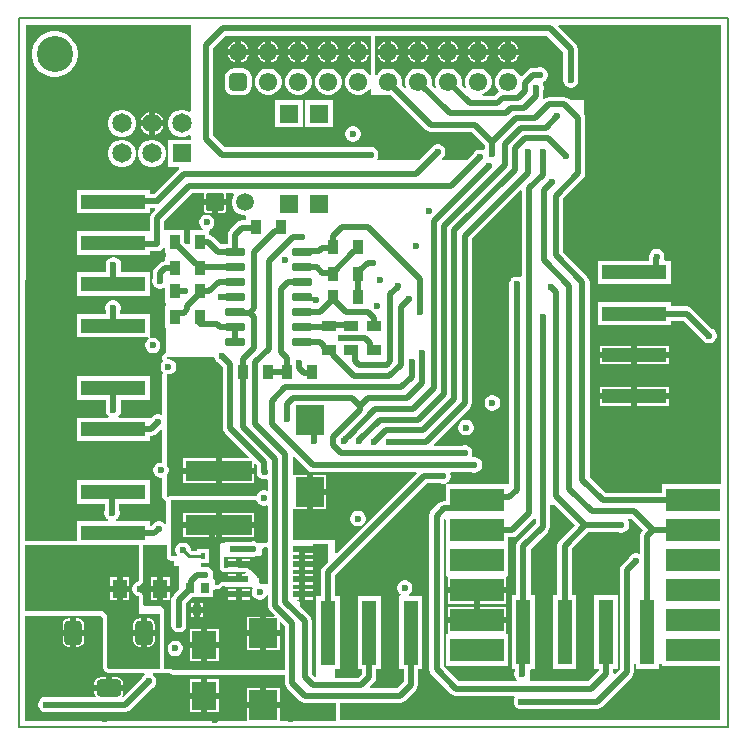
<source format=gbl>
G04*
G04 #@! TF.GenerationSoftware,Altium Limited,Altium Designer,21.2.2 (38)*
G04*
G04 Layer_Physical_Order=4*
G04 Layer_Color=16711680*
%FSLAX44Y44*%
%MOMM*%
G71*
G04*
G04 #@! TF.SameCoordinates,3448E1F9-FA4A-451A-BDEC-0E7D7F7EA446*
G04*
G04*
G04 #@! TF.FilePolarity,Positive*
G04*
G01*
G75*
%ADD10C,0.2000*%
%ADD15C,0.5000*%
%ADD25R,0.9000X1.2000*%
%ADD27R,1.2000X0.9000*%
%ADD28R,5.5118X1.2954*%
%ADD29R,1.2954X5.5118*%
%ADD59C,1.6500*%
%ADD60R,1.6500X1.6500*%
%ADD68C,0.3500*%
G04:AMPARAMS|DCode=69|XSize=2.1mm|YSize=1.5mm|CornerRadius=0.375mm|HoleSize=0mm|Usage=FLASHONLY|Rotation=90.000|XOffset=0mm|YOffset=0mm|HoleType=Round|Shape=RoundedRectangle|*
%AMROUNDEDRECTD69*
21,1,2.1000,0.7500,0,0,90.0*
21,1,1.3500,1.5000,0,0,90.0*
1,1,0.7500,0.3750,0.6750*
1,1,0.7500,0.3750,-0.6750*
1,1,0.7500,-0.3750,-0.6750*
1,1,0.7500,-0.3750,0.6750*
%
%ADD69ROUNDEDRECTD69*%
G04:AMPARAMS|DCode=70|XSize=2.1mm|YSize=1.5mm|CornerRadius=0.375mm|HoleSize=0mm|Usage=FLASHONLY|Rotation=180.000|XOffset=0mm|YOffset=0mm|HoleType=Round|Shape=RoundedRectangle|*
%AMROUNDEDRECTD70*
21,1,2.1000,0.7500,0,0,180.0*
21,1,1.3500,1.5000,0,0,180.0*
1,1,0.7500,-0.6750,0.3750*
1,1,0.7500,0.6750,0.3750*
1,1,0.7500,0.6750,-0.3750*
1,1,0.7500,-0.6750,-0.3750*
%
%ADD70ROUNDEDRECTD70*%
%ADD71R,1.6000X1.6000*%
G04:AMPARAMS|DCode=72|XSize=1.5mm|YSize=1.5mm|CornerRadius=0.0525mm|HoleSize=0mm|Usage=FLASHONLY|Rotation=0.000|XOffset=0mm|YOffset=0mm|HoleType=Round|Shape=RoundedRectangle|*
%AMROUNDEDRECTD72*
21,1,1.5000,1.3950,0,0,0.0*
21,1,1.3950,1.5000,0,0,0.0*
1,1,0.1050,0.6975,-0.6975*
1,1,0.1050,-0.6975,-0.6975*
1,1,0.1050,-0.6975,0.6975*
1,1,0.1050,0.6975,0.6975*
%
%ADD72ROUNDEDRECTD72*%
%ADD73C,1.5000*%
%ADD74C,3.0480*%
%ADD75R,4.5720X1.9812*%
G04:AMPARAMS|DCode=76|XSize=1.55mm|YSize=1.55mm|CornerRadius=0.3875mm|HoleSize=0mm|Usage=FLASHONLY|Rotation=0.000|XOffset=0mm|YOffset=0mm|HoleType=Round|Shape=RoundedRectangle|*
%AMROUNDEDRECTD76*
21,1,1.5500,0.7750,0,0,0.0*
21,1,0.7750,1.5500,0,0,0.0*
1,1,0.7750,0.3875,-0.3875*
1,1,0.7750,-0.3875,-0.3875*
1,1,0.7750,-0.3875,0.3875*
1,1,0.7750,0.3875,0.3875*
%
%ADD76ROUNDEDRECTD76*%
%ADD77C,1.5500*%
%ADD78C,0.6000*%
%ADD92R,0.4000X0.6000*%
G04:AMPARAMS|DCode=93|XSize=0.65mm|YSize=1.65mm|CornerRadius=0.0488mm|HoleSize=0mm|Usage=FLASHONLY|Rotation=270.000|XOffset=0mm|YOffset=0mm|HoleType=Round|Shape=RoundedRectangle|*
%AMROUNDEDRECTD93*
21,1,0.6500,1.5525,0,0,270.0*
21,1,0.5525,1.6500,0,0,270.0*
1,1,0.0975,-0.7763,-0.2763*
1,1,0.0975,-0.7763,0.2763*
1,1,0.0975,0.7763,0.2763*
1,1,0.0975,0.7763,-0.2763*
%
%ADD93ROUNDEDRECTD93*%
%ADD94R,2.4500X2.5500*%
%ADD95R,5.7000X1.8000*%
%ADD96R,1.5500X0.6000*%
%ADD97R,0.7000X0.9000*%
%ADD98R,2.1500X2.4500*%
%ADD99R,1.2500X1.6500*%
%ADD100C,0.2540*%
G36*
X298196Y552467D02*
X296926Y552127D01*
X296302Y553208D01*
X294208Y555302D01*
X291642Y556783D01*
X288781Y557550D01*
X285819D01*
X282958Y556783D01*
X280392Y555302D01*
X278298Y553208D01*
X276817Y550642D01*
X276050Y547781D01*
Y544819D01*
X276817Y541958D01*
X278298Y539392D01*
X280392Y537298D01*
X282958Y535817D01*
X285819Y535050D01*
X288781D01*
X291642Y535817D01*
X294208Y537298D01*
X296302Y539392D01*
X296926Y540473D01*
X298196Y540132D01*
Y535178D01*
X310741D01*
X311219Y535050D01*
X314181D01*
X314659Y535178D01*
X315170D01*
X344642Y505706D01*
X346627Y504380D01*
X348968Y503914D01*
X383167D01*
X394378Y492703D01*
Y489020D01*
X393108Y488287D01*
X392907Y488403D01*
X391254Y488846D01*
X389542D01*
X387889Y488403D01*
X386407Y487547D01*
X385197Y486337D01*
X384458Y485057D01*
X379207Y479806D01*
X358336D01*
X358172Y480018D01*
X358498Y481672D01*
X358575Y481717D01*
X359785Y482927D01*
X360641Y484409D01*
X361084Y486062D01*
Y487774D01*
X360641Y489427D01*
X359785Y490909D01*
X358575Y492119D01*
X357093Y492975D01*
X355440Y493418D01*
X353728D01*
X352075Y492975D01*
X350593Y492119D01*
X349383Y490909D01*
X348644Y489629D01*
X338820Y479806D01*
X303729D01*
X303141Y481076D01*
X303745Y482123D01*
X304188Y483776D01*
Y485488D01*
X303745Y487141D01*
X302889Y488623D01*
X301679Y489833D01*
X300197Y490689D01*
X298544Y491132D01*
X296832D01*
X295405Y490750D01*
X174492D01*
X164613Y500628D01*
Y574554D01*
X175508Y585448D01*
X298196D01*
Y552467D01*
D02*
G37*
G36*
X594360Y205430D02*
X544538D01*
Y198118D01*
X497096D01*
X483130Y212084D01*
Y376936D01*
X482664Y379277D01*
X481338Y381262D01*
X460523Y402076D01*
Y447173D01*
X477782Y464431D01*
X479108Y466416D01*
X479574Y468757D01*
Y515665D01*
X479108Y518006D01*
X478237Y519310D01*
X478227Y531114D01*
X466659D01*
X466143Y531630D01*
X464158Y532956D01*
X461817Y533422D01*
X448460D01*
X446118Y532956D01*
X444908Y532147D01*
X443765Y532910D01*
X444013Y534162D01*
Y538737D01*
X444396Y540164D01*
Y541876D01*
X443953Y543529D01*
X443272Y544708D01*
X443594Y546109D01*
X443707Y546139D01*
X445189Y546995D01*
X446399Y548205D01*
X447255Y549687D01*
X447698Y551340D01*
Y553052D01*
X447255Y554705D01*
X446399Y556187D01*
X445189Y557397D01*
X443707Y558253D01*
X442054Y558696D01*
X440342D01*
X438915Y558313D01*
X435356D01*
X433015Y557848D01*
X431030Y556522D01*
X425848Y551339D01*
X424260Y551548D01*
X423302Y553208D01*
X421208Y555302D01*
X418642Y556783D01*
X415781Y557550D01*
X412819D01*
X409958Y556783D01*
X407392Y555302D01*
X405298Y553208D01*
X403817Y550642D01*
X403050Y547781D01*
Y544819D01*
X403817Y541958D01*
X405298Y539392D01*
X406047Y538643D01*
X405923Y537379D01*
X405170Y536876D01*
X402596Y534301D01*
X392495D01*
X392328Y535572D01*
X393242Y535817D01*
X395808Y537298D01*
X397902Y539392D01*
X399383Y541958D01*
X400150Y544819D01*
Y547781D01*
X399383Y550642D01*
X397902Y553208D01*
X395808Y555302D01*
X393242Y556783D01*
X390381Y557550D01*
X387419D01*
X384558Y556783D01*
X381992Y555302D01*
X379898Y553208D01*
X378417Y550642D01*
X377650Y547781D01*
Y544819D01*
X378417Y541958D01*
X378590Y541658D01*
X377574Y540878D01*
X374514Y543938D01*
X374750Y544819D01*
Y547781D01*
X373983Y550642D01*
X372502Y553208D01*
X370408Y555302D01*
X367842Y556783D01*
X364981Y557550D01*
X362019D01*
X359158Y556783D01*
X356592Y555302D01*
X354498Y553208D01*
X353017Y550642D01*
X352250Y547781D01*
Y544819D01*
X353017Y541958D01*
X353190Y541658D01*
X352174Y540878D01*
X349114Y543938D01*
X349350Y544819D01*
Y547781D01*
X348583Y550642D01*
X347102Y553208D01*
X345008Y555302D01*
X342442Y556783D01*
X339581Y557550D01*
X336619D01*
X333758Y556783D01*
X331192Y555302D01*
X329098Y553208D01*
X327617Y550642D01*
X326850Y547781D01*
Y544819D01*
X327617Y541958D01*
X327790Y541658D01*
X326773Y540878D01*
X323714Y543938D01*
X323950Y544819D01*
Y547781D01*
X323183Y550642D01*
X321702Y553208D01*
X319608Y555302D01*
X317042Y556783D01*
X314181Y557550D01*
X311219D01*
X308358Y556783D01*
X305792Y555302D01*
X303698Y553208D01*
X303022Y552037D01*
X301752Y552378D01*
Y552404D01*
X301765Y552467D01*
Y585448D01*
X447046D01*
X460989Y571506D01*
Y549907D01*
X460606Y548480D01*
Y546768D01*
X461049Y545115D01*
X461905Y543633D01*
X463115Y542423D01*
X464597Y541567D01*
X466250Y541124D01*
X467962D01*
X469615Y541567D01*
X471097Y542423D01*
X472307Y543633D01*
X473163Y545115D01*
X473606Y546768D01*
Y548480D01*
X473223Y549907D01*
Y574040D01*
X472758Y576381D01*
X471432Y578366D01*
X456611Y593187D01*
X457097Y594360D01*
X594360D01*
X594360Y205430D01*
D02*
G37*
G36*
X145542Y521683D02*
X144272Y520950D01*
X142457Y521997D01*
X139469Y522798D01*
X136375D01*
X133387Y521997D01*
X130707Y520450D01*
X128520Y518263D01*
X126973Y515583D01*
X126172Y512595D01*
Y509501D01*
X126973Y506513D01*
X128520Y503833D01*
X130707Y501646D01*
X133387Y500099D01*
X136375Y499298D01*
X139469D01*
X142457Y500099D01*
X144272Y501147D01*
X145542Y500413D01*
Y497398D01*
X126172D01*
Y473898D01*
X135259D01*
X135644Y472628D01*
X135374Y472448D01*
X114560Y451633D01*
X111069D01*
Y454881D01*
X48951D01*
Y434927D01*
X111069D01*
Y439398D01*
X114463D01*
X114585Y439328D01*
X115062Y439200D01*
X115442Y437783D01*
X112768Y435110D01*
X111442Y433125D01*
X110976Y430784D01*
Y419881D01*
X48951D01*
Y399927D01*
X111069D01*
Y403268D01*
X115045D01*
X116238Y402948D01*
X117950D01*
X119603Y403391D01*
X121085Y404247D01*
X122295Y405457D01*
X122638Y406050D01*
X123908Y405710D01*
Y401472D01*
X124714D01*
Y397866D01*
X123908D01*
Y394483D01*
X123444D01*
X121103Y394018D01*
X119118Y392692D01*
X114992Y388565D01*
X113665Y386580D01*
X113200Y384239D01*
Y380179D01*
X113069Y379953D01*
X112626Y378300D01*
Y376588D01*
X113069Y374935D01*
X113925Y373453D01*
X115135Y372243D01*
X116617Y371387D01*
X118270Y370944D01*
X119982D01*
X121635Y371387D01*
X122638Y371966D01*
X123908Y371346D01*
Y359308D01*
X124714D01*
Y356718D01*
X123908D01*
Y337718D01*
X124714D01*
Y316954D01*
X123602Y316733D01*
X122445Y315959D01*
X121671Y314802D01*
X121399Y313436D01*
Y312067D01*
X121445Y311836D01*
X121430Y311601D01*
X121580Y311159D01*
X121671Y310701D01*
X121802Y310505D01*
X121878Y310282D01*
X122182Y309936D01*
X121291Y309045D01*
X120435Y307563D01*
X119992Y305910D01*
Y304198D01*
X120435Y302545D01*
X121291Y301063D01*
X122182Y300172D01*
X121878Y299825D01*
X121802Y299603D01*
X121671Y299407D01*
X121580Y298949D01*
X121430Y298507D01*
X121445Y298272D01*
X121399Y298041D01*
Y265060D01*
X120129Y264438D01*
X118712Y264818D01*
X117000D01*
X115347Y264375D01*
X113865Y263519D01*
X112655Y262309D01*
X112365Y261807D01*
X111095Y261945D01*
Y261945D01*
X84653D01*
X84362Y262425D01*
X84193Y263215D01*
X85211Y264233D01*
X86067Y265715D01*
X86510Y267368D01*
Y269080D01*
X86128Y270507D01*
Y276991D01*
X111095D01*
Y296945D01*
X48977D01*
Y276991D01*
X73892D01*
Y270507D01*
X73510Y269080D01*
Y267368D01*
X73953Y265715D01*
X74809Y264233D01*
X75827Y263215D01*
X75658Y262425D01*
X75367Y261945D01*
X48977D01*
Y241991D01*
X111095D01*
Y246474D01*
X112130D01*
X114471Y246940D01*
X116456Y248266D01*
X120129Y251940D01*
X121399Y251414D01*
Y224037D01*
X121252Y223924D01*
X119540D01*
X117887Y223481D01*
X116405Y222625D01*
X115195Y221415D01*
X114339Y219933D01*
X113896Y218280D01*
Y216568D01*
X114339Y214915D01*
X115195Y213433D01*
X116405Y212223D01*
X117887Y211367D01*
X119540Y210924D01*
X121252D01*
X121399Y210811D01*
Y195261D01*
X121454Y194989D01*
X121442Y194712D01*
X121588Y194312D01*
X121671Y193895D01*
X121825Y193665D01*
X121920Y193405D01*
X122208Y193091D01*
X122445Y192737D01*
X122675Y192583D01*
X122862Y192379D01*
X123204Y192129D01*
X123698Y191900D01*
X124171Y191629D01*
X124714Y191446D01*
Y172786D01*
X123444Y172260D01*
X122609Y173095D01*
X121127Y173951D01*
X119474Y174394D01*
X117762D01*
X116109Y173951D01*
X114627Y173095D01*
X113417Y171885D01*
X112678Y170605D01*
X112339Y170266D01*
X111069Y170477D01*
Y174113D01*
X82188D01*
X82058Y174300D01*
X82437Y175985D01*
X82731Y176155D01*
X83941Y177365D01*
X84797Y178847D01*
X85240Y180500D01*
Y182212D01*
X84858Y183639D01*
Y189159D01*
X111069D01*
Y209113D01*
X48951D01*
Y189159D01*
X72622D01*
Y183639D01*
X72240Y182212D01*
Y180500D01*
X72683Y178847D01*
X73539Y177365D01*
X74749Y176155D01*
X75043Y175985D01*
X75422Y174300D01*
X75292Y174113D01*
X48951D01*
Y157746D01*
X6246D01*
X5349Y158645D01*
X5601Y594360D01*
X145542D01*
Y521683D01*
D02*
G37*
G36*
X182214Y450574D02*
X181012Y448492D01*
X180262Y445694D01*
Y442798D01*
X181012Y440000D01*
X182460Y437492D01*
X184508Y435444D01*
X187016Y433996D01*
X189814Y433246D01*
X191354D01*
X192488Y432918D01*
Y429027D01*
X188976D01*
X186635Y428562D01*
X184650Y427236D01*
X178498Y421084D01*
X177172Y419099D01*
X176707Y416758D01*
Y409370D01*
X176500Y409164D01*
X175061D01*
X173935Y408940D01*
X170958D01*
X164600Y415298D01*
X162615Y416624D01*
X160908Y416963D01*
X160908Y420171D01*
X161335Y420894D01*
X161810Y421362D01*
X162992Y422044D01*
X164202Y423254D01*
X165058Y424736D01*
X165501Y426390D01*
Y428101D01*
X165058Y429754D01*
X164202Y431236D01*
X162992Y432447D01*
X161510Y433302D01*
X159857Y433745D01*
X158145D01*
X156492Y433302D01*
X155010Y432447D01*
X153799Y431236D01*
X152944Y429754D01*
X152501Y428101D01*
Y426390D01*
X152944Y424736D01*
X153799Y423254D01*
X155010Y422044D01*
X155533Y421742D01*
X155193Y420472D01*
X144908D01*
Y408940D01*
X141091D01*
X139908Y410123D01*
Y420472D01*
X123908D01*
X123211Y421454D01*
Y428250D01*
X146806Y451844D01*
X156311D01*
X156822Y451221D01*
Y446746D01*
X174902D01*
Y451221D01*
X175413Y451844D01*
X181633D01*
X182214Y450574D01*
D02*
G37*
G36*
X425682Y453980D02*
Y381995D01*
X424373Y380685D01*
X423895Y380961D01*
X422242Y381404D01*
X420530D01*
X418877Y380961D01*
X417625Y380238D01*
X416814D01*
Y379524D01*
X416185Y378895D01*
X415329Y377413D01*
X414886Y375760D01*
Y374048D01*
X415269Y372621D01*
Y205574D01*
X414058Y205430D01*
Y205430D01*
X361961D01*
X361686Y206700D01*
X362893Y207397D01*
X364103Y208607D01*
X364959Y210089D01*
X365402Y211742D01*
Y213454D01*
X365093Y214608D01*
X365846Y215879D01*
X383289D01*
X384716Y215496D01*
X386428D01*
X388081Y215939D01*
X389563Y216795D01*
X390773Y218005D01*
X391629Y219487D01*
X392072Y221140D01*
Y222852D01*
X391629Y224505D01*
X390773Y225987D01*
X389563Y227197D01*
X388081Y228053D01*
X386428Y228496D01*
X384716D01*
X384401Y228412D01*
X383725Y229149D01*
X383528Y229492D01*
X383944Y231046D01*
Y232758D01*
X383501Y234411D01*
X382645Y235893D01*
X381435Y237103D01*
X379953Y237959D01*
X378300Y238402D01*
X376588D01*
X375161Y238020D01*
X351708D01*
X351222Y239193D01*
X381752Y269722D01*
X383078Y271707D01*
X383544Y274048D01*
Y413500D01*
X424509Y454466D01*
X425682Y453980D01*
D02*
G37*
G36*
X165204Y313342D02*
X165647Y311689D01*
X166503Y310207D01*
X167713Y308997D01*
X168993Y308258D01*
X172444Y304806D01*
Y253423D01*
X172910Y251082D01*
X174236Y249097D01*
X194660Y228673D01*
X194174Y227500D01*
X171500D01*
Y219500D01*
X199000D01*
Y222674D01*
X200173Y223160D01*
X201607Y221726D01*
Y217723D01*
X201416Y217010D01*
Y215298D01*
X201859Y213645D01*
X202715Y212163D01*
X203925Y210953D01*
X205407Y210097D01*
X207060Y209654D01*
X208772D01*
X209664Y209893D01*
X210935Y209009D01*
Y200712D01*
X210012Y200180D01*
X209664Y200142D01*
X208120Y200556D01*
X206408D01*
X204755Y200113D01*
X203273Y199257D01*
X202063Y198047D01*
X201207Y196565D01*
X200940Y195569D01*
X128500Y195569D01*
X127134Y195297D01*
X126238Y194698D01*
X125310Y195011D01*
X124968Y195261D01*
Y212804D01*
X125597Y213433D01*
X126453Y214915D01*
X126896Y216568D01*
Y218280D01*
X126453Y219933D01*
X125597Y221415D01*
X124968Y222044D01*
Y298041D01*
X125636Y298554D01*
X127348D01*
X129001Y298997D01*
X130483Y299853D01*
X131693Y301063D01*
X132549Y302545D01*
X132992Y304198D01*
Y305910D01*
X132549Y307563D01*
X131693Y309045D01*
X130483Y310255D01*
X129001Y311111D01*
X127348Y311554D01*
X125636D01*
X124968Y312067D01*
Y313436D01*
X165204D01*
Y313342D01*
D02*
G37*
G36*
X201207Y191547D02*
X202063Y190065D01*
X203273Y188855D01*
X204755Y187999D01*
X206408Y187556D01*
X208120D01*
X209664Y187970D01*
X210012Y187932D01*
X210935Y187400D01*
Y157435D01*
X209500Y156000D01*
X201683D01*
X200507Y156679D01*
X198854Y157122D01*
X197142D01*
X196873Y157050D01*
X174750D01*
Y156000D01*
X171000D01*
X170000Y155000D01*
Y132500D01*
X171000Y131500D01*
X174750D01*
Y131350D01*
X185909D01*
X186500Y131232D01*
X191678D01*
X191894Y130920D01*
X191228Y129650D01*
X188500D01*
Y125150D01*
X186000D01*
Y122650D01*
X175814D01*
X175480Y122423D01*
X174750Y122569D01*
X171500D01*
X170134Y122297D01*
X168977Y121523D01*
X168294Y120502D01*
X167945Y120322D01*
X166863Y120137D01*
X166000Y121000D01*
Y124500D01*
X165398Y125102D01*
X164500Y126000D01*
X164106Y127270D01*
X164360Y128216D01*
Y129927D01*
X163917Y131580D01*
X163061Y133063D01*
X161851Y134273D01*
X160368Y135129D01*
X158715Y135572D01*
X157004D01*
X155351Y135129D01*
X155270Y135082D01*
X154000Y135460D01*
Y138526D01*
X160504D01*
Y140026D01*
X160504D01*
Y144526D01*
Y149026D01*
X160504D01*
Y150526D01*
X150504D01*
Y149389D01*
X146026D01*
X145302Y150114D01*
Y150592D01*
X144859Y152245D01*
X144003Y153727D01*
X142793Y154937D01*
X141311Y155793D01*
X139657Y156236D01*
X137946D01*
X136293Y155793D01*
X134811Y154937D01*
X133600Y153727D01*
X132745Y152245D01*
X132302Y150592D01*
Y148880D01*
X132745Y147227D01*
X133600Y145745D01*
X133049Y144500D01*
X128500D01*
X128500Y144500D01*
Y153500D01*
X128500Y192000D01*
X201086Y192000D01*
X201207Y191547D01*
D02*
G37*
G36*
X244340Y217670D02*
X246325Y216344D01*
X248666Y215879D01*
X336124D01*
X336610Y214705D01*
X269143Y147239D01*
X267970Y147725D01*
Y158500D01*
X232500Y158500D01*
X231670Y158844D01*
Y162814D01*
Y184542D01*
X232750Y185000D01*
X232940Y185000D01*
X244000D01*
Y199250D01*
Y213500D01*
X232940D01*
X232750Y213500D01*
X231670Y213958D01*
Y228682D01*
X232843Y229168D01*
X244340Y217670D01*
D02*
G37*
G36*
X470900Y171196D02*
X457700Y157996D01*
X456374Y156011D01*
X455909Y153670D01*
Y111659D01*
X452049D01*
Y49541D01*
X472003D01*
Y111659D01*
X468144D01*
Y151136D01*
X482086Y165079D01*
X507749D01*
X509176Y164696D01*
X510888D01*
X512541Y165139D01*
X514023Y165995D01*
X515233Y167205D01*
X516089Y168687D01*
X516532Y170340D01*
Y172052D01*
X516089Y173705D01*
X515233Y175187D01*
X515182Y175238D01*
X515708Y176509D01*
X518166D01*
X528074Y166600D01*
X527700Y166226D01*
X526374Y164241D01*
X525909Y161900D01*
Y147110D01*
X524943Y146553D01*
X524638Y146544D01*
X523080Y146962D01*
X521368D01*
X519715Y146519D01*
X518233Y145663D01*
X517023Y144453D01*
X516284Y143173D01*
X510278Y137168D01*
X508952Y135183D01*
X508487Y132842D01*
Y49016D01*
X504260Y44790D01*
X503144Y45469D01*
Y49541D01*
X507003D01*
Y111659D01*
X487049D01*
Y49541D01*
X490909D01*
Y47694D01*
X482076Y38862D01*
X432562D01*
X432528Y48641D01*
X433424Y49541D01*
X437003D01*
Y111659D01*
X433144D01*
Y150680D01*
X447810Y165346D01*
X449136Y167331D01*
X449602Y169672D01*
Y187960D01*
X454137D01*
X470900Y171196D01*
D02*
G37*
G36*
X210935Y151422D02*
Y121500D01*
X205000D01*
X203500Y123000D01*
Y132000D01*
X202500Y133000D01*
X196375D01*
X195250Y133350D01*
Y135350D01*
X176750D01*
Y134918D01*
X175504D01*
X174750Y135069D01*
X173569D01*
Y143837D01*
X174750Y144050D01*
Y144050D01*
X197250D01*
Y144122D01*
X198854D01*
X200507Y144565D01*
X201260Y145000D01*
X204500D01*
X206000Y146500D01*
Y151000D01*
X207431Y152431D01*
X209500D01*
X209664Y152464D01*
X210935Y151422D01*
D02*
G37*
G36*
X436222Y176441D02*
X437366Y176045D01*
Y172206D01*
X422700Y157540D01*
X421374Y155555D01*
X420909Y153214D01*
Y111659D01*
X417049D01*
Y49541D01*
X419778D01*
Y47693D01*
X419647Y47467D01*
X419204Y45814D01*
Y44102D01*
X419647Y42449D01*
X420503Y40967D01*
X421570Y39899D01*
X421475Y39300D01*
X421125Y38630D01*
X372358D01*
X359686Y51302D01*
Y175839D01*
X360068Y176121D01*
X361338Y175479D01*
Y153218D01*
Y127818D01*
X362312D01*
X363338Y127230D01*
X363338Y126548D01*
Y118324D01*
X412058D01*
Y126548D01*
X412058Y127230D01*
X413084Y127818D01*
X414058D01*
Y153218D01*
Y160483D01*
X417600D01*
X419941Y160948D01*
X421926Y162274D01*
X436096Y176445D01*
X436222Y176441D01*
D02*
G37*
G36*
X48951Y154159D02*
X101500D01*
X101500Y123592D01*
X99853Y123151D01*
X98371Y122295D01*
X97161Y121085D01*
X96305Y119603D01*
X95862Y117950D01*
Y116238D01*
X96305Y114585D01*
X97161Y113103D01*
X98371Y111893D01*
X99853Y111037D01*
X101500Y110596D01*
X101500Y96000D01*
X119000Y96000D01*
X119000Y49000D01*
X76500Y49000D01*
X74500Y51000D01*
Y95000D01*
X71500Y98000D01*
X5334Y98000D01*
X5334Y154178D01*
X48951D01*
Y154159D01*
D02*
G37*
G36*
X124931Y144500D02*
X125203Y143134D01*
X125977Y141977D01*
X125977Y141977D01*
X127134Y141203D01*
X128500Y140931D01*
X131572D01*
Y136500D01*
X135500D01*
Y116652D01*
X131572Y112724D01*
X130920Y112072D01*
X129594Y110087D01*
X129128Y107746D01*
Y88965D01*
X128746Y87538D01*
Y85826D01*
X129189Y84173D01*
X130044Y82691D01*
X131255Y81481D01*
X131770Y81183D01*
X132737Y80625D01*
X134390Y80182D01*
X136102D01*
X137755Y80625D01*
X139237Y81481D01*
X140447Y82691D01*
X141303Y84173D01*
X141746Y85826D01*
Y87538D01*
X141363Y88965D01*
D01*
Y105212D01*
X144651Y108500D01*
X146152Y110000D01*
X164500D01*
Y115968D01*
X164514Y115991D01*
X164863Y116293D01*
X165770Y116786D01*
X165794Y116781D01*
X166070Y116658D01*
X166470Y116647D01*
X166863Y116569D01*
X167160Y116628D01*
X167462Y116619D01*
X168544Y116804D01*
X169055Y116999D01*
X169580Y117150D01*
X169930Y117330D01*
X170089Y117457D01*
X170277Y117535D01*
X170629Y117887D01*
X171019Y118198D01*
X171118Y118376D01*
X171261Y118519D01*
X171500Y118877D01*
Y119000D01*
X174750D01*
Y118650D01*
X197250D01*
Y118650D01*
X198234Y117959D01*
X198281Y117856D01*
X198209Y117730D01*
D01*
X197677Y116809D01*
X197234Y115156D01*
Y113444D01*
X197677Y111791D01*
X198533Y110309D01*
X199743Y109099D01*
X201225Y108243D01*
X202878Y107800D01*
X204590D01*
X206243Y108243D01*
X207725Y109099D01*
X208935Y110309D01*
X209664Y111572D01*
X210512Y111515D01*
X210935Y111354D01*
Y102683D01*
X211400Y100342D01*
X212726Y98357D01*
X216411Y94673D01*
X215924Y93500D01*
X209500D01*
Y81750D01*
X220750D01*
Y88674D01*
X221923Y89160D01*
X225275Y85809D01*
Y48000D01*
X130500Y48000D01*
Y48082D01*
X129983Y48428D01*
X129944Y48467D01*
X129619Y48602D01*
X129327Y48797D01*
X128982Y48865D01*
X128657Y49000D01*
X128306Y49000D01*
X127961Y49069D01*
X123190D01*
X123190Y99822D01*
X120512Y102500D01*
X105500D01*
Y103160D01*
X105069Y103591D01*
Y110596D01*
X105023Y110827D01*
X105038Y111061D01*
X104888Y111503D01*
X104797Y111961D01*
X104666Y112157D01*
X104591Y112380D01*
X104283Y112731D01*
X104023Y113119D01*
X103828Y113250D01*
X103672Y113427D01*
X103254Y113633D01*
X102866Y113893D01*
X102635Y113939D01*
X102424Y114043D01*
X101230Y114362D01*
X100562Y114748D01*
X100016Y115294D01*
X99630Y115962D01*
X99568Y116195D01*
Y117993D01*
X99630Y118225D01*
X100016Y118894D01*
X100562Y119440D01*
X101230Y119826D01*
X102424Y120145D01*
X102635Y120250D01*
X102866Y120295D01*
X103254Y120555D01*
X103672Y120761D01*
X103828Y120938D01*
X104023Y121069D01*
X104283Y121457D01*
X104591Y121808D01*
X104666Y122031D01*
X104797Y122227D01*
X104888Y122684D01*
X105038Y123127D01*
X105023Y123362D01*
X105069Y123592D01*
X105069Y154159D01*
X111069D01*
Y154432D01*
X124931D01*
Y144500D01*
D02*
G37*
G36*
X261620Y154931D02*
Y139715D01*
X257346Y135442D01*
X256020Y133457D01*
X255555Y131116D01*
Y111069D01*
X251695D01*
Y48951D01*
X251777D01*
Y48941D01*
X251795Y43133D01*
X250526Y42606D01*
X247925Y45206D01*
Y89948D01*
X247460Y92289D01*
X246134Y94274D01*
X238254Y102154D01*
Y105500D01*
X237254Y106500D01*
X234891D01*
X234771Y106680D01*
X235450Y107950D01*
X237500D01*
Y112450D01*
Y116950D01*
X231670D01*
Y120650D01*
X237500D01*
Y125150D01*
Y129650D01*
X231670D01*
Y133350D01*
X237500D01*
Y137850D01*
Y142350D01*
X231670D01*
Y146050D01*
X237500D01*
Y150550D01*
X240000D01*
Y153050D01*
X249250D01*
Y154931D01*
X261620Y154931D01*
D02*
G37*
G36*
X358046Y206098D02*
X359758D01*
X360418Y206275D01*
X361338Y205207D01*
Y191320D01*
X359701D01*
X357360Y190855D01*
X355375Y189529D01*
X349242Y183396D01*
X347916Y181411D01*
X347450Y179070D01*
Y48768D01*
X347916Y46427D01*
X349242Y44443D01*
X365499Y28186D01*
X367483Y26860D01*
X369824Y26395D01*
X419381D01*
X419985Y25124D01*
X419393Y24099D01*
X418950Y22446D01*
Y20734D01*
X419393Y19081D01*
X420249Y17599D01*
X421459Y16389D01*
X422941Y15533D01*
X424594Y15090D01*
X426306D01*
X427733Y15473D01*
X489712D01*
X492053Y15938D01*
X494038Y17264D01*
X518930Y42156D01*
X520256Y44141D01*
X520722Y46482D01*
Y53340D01*
X522049D01*
Y49541D01*
X542003D01*
Y53340D01*
X544538D01*
Y51618D01*
X593852D01*
Y5588D01*
X271793Y5588D01*
Y20552D01*
X322834D01*
X325175Y21018D01*
X327160Y22344D01*
X336050Y31234D01*
X337376Y33219D01*
X337841Y35560D01*
Y48951D01*
X341649D01*
Y111069D01*
X330429D01*
X330088Y112339D01*
X330635Y112655D01*
X331845Y113865D01*
X332701Y115347D01*
X333144Y117000D01*
Y118712D01*
X332701Y120365D01*
X331845Y121847D01*
X330635Y123057D01*
X329153Y123913D01*
X327500Y124356D01*
X325788D01*
X324135Y123913D01*
X322653Y123057D01*
X321443Y121847D01*
X320587Y120365D01*
X320144Y118712D01*
Y117000D01*
X320587Y115347D01*
X321443Y113865D01*
X322653Y112655D01*
X323200Y112339D01*
X322859Y111069D01*
X321695D01*
Y48951D01*
X325606D01*
Y38094D01*
X320300Y32787D01*
X297352D01*
X296866Y33961D01*
X300872Y37966D01*
X302198Y39951D01*
X302663Y42292D01*
Y48951D01*
X306649D01*
Y111069D01*
X286695D01*
Y48951D01*
X290428D01*
Y44826D01*
X287280Y41677D01*
X267970D01*
X267970Y48951D01*
X271649D01*
Y111069D01*
X267970D01*
X267970Y128763D01*
X345688Y206481D01*
X356619D01*
X358046Y206098D01*
D02*
G37*
G36*
X70931Y92323D02*
Y51000D01*
X71203Y49634D01*
X71977Y48477D01*
X73977Y46477D01*
X75134Y45703D01*
X75654Y45600D01*
X75754Y45500D01*
X76155D01*
X76500Y45431D01*
X106006Y45431D01*
X106347Y44161D01*
X105737Y43809D01*
X104527Y42599D01*
X103788Y41319D01*
X88321Y25853D01*
X87335Y26662D01*
X87695Y27201D01*
X88103Y29250D01*
Y30500D01*
X76000D01*
X63897D01*
Y29250D01*
X64304Y27201D01*
X64815Y26437D01*
X64136Y25168D01*
X24889D01*
X23462Y25550D01*
X21750D01*
X20097Y25107D01*
X18615Y24251D01*
X17405Y23041D01*
X16549Y21559D01*
X16106Y19906D01*
Y18194D01*
X16549Y16541D01*
X17405Y15059D01*
X18615Y13849D01*
X20097Y12993D01*
X21750Y12550D01*
X23462D01*
X24889Y12932D01*
X90170D01*
X92511Y13398D01*
X94496Y14724D01*
X112439Y32668D01*
X113719Y33407D01*
X114929Y34617D01*
X115785Y36099D01*
X116228Y37752D01*
Y39464D01*
X115785Y41117D01*
X114929Y42599D01*
X113719Y43809D01*
X113109Y44161D01*
X113449Y45431D01*
X119000D01*
X119345Y45500D01*
X127961D01*
X127977Y45477D01*
X129134Y44703D01*
X130500Y44431D01*
X225275Y44431D01*
Y37340D01*
X225740Y34999D01*
X227066Y33014D01*
X237736Y22344D01*
X239721Y21018D01*
X242062Y20552D01*
X268224D01*
Y4826D01*
X220750D01*
Y16250D01*
X207000D01*
X193250D01*
Y4826D01*
X5334D01*
Y94431D01*
X5334Y94431D01*
X68823Y94431D01*
X70931Y92323D01*
D02*
G37*
%LPC*%
G36*
X289800Y580606D02*
Y574200D01*
X296206D01*
X295919Y575270D01*
X294702Y577379D01*
X292980Y579102D01*
X290870Y580320D01*
X289800Y580606D01*
D02*
G37*
G36*
X284800D02*
X283730Y580320D01*
X281620Y579102D01*
X279898Y577379D01*
X278680Y575270D01*
X278393Y574200D01*
X284800D01*
Y580606D01*
D02*
G37*
G36*
X264400D02*
Y574200D01*
X270806D01*
X270520Y575270D01*
X269302Y577379D01*
X267579Y579102D01*
X265470Y580320D01*
X264400Y580606D01*
D02*
G37*
G36*
X259400D02*
X258330Y580320D01*
X256220Y579102D01*
X254498Y577379D01*
X253280Y575270D01*
X252994Y574200D01*
X259400D01*
Y580606D01*
D02*
G37*
G36*
X239000D02*
Y574200D01*
X245406D01*
X245119Y575270D01*
X243902Y577379D01*
X242180Y579102D01*
X240070Y580320D01*
X239000Y580606D01*
D02*
G37*
G36*
X234000D02*
X232930Y580320D01*
X230820Y579102D01*
X229098Y577379D01*
X227880Y575270D01*
X227593Y574200D01*
X234000D01*
Y580606D01*
D02*
G37*
G36*
X213600D02*
Y574200D01*
X220006D01*
X219720Y575270D01*
X218502Y577379D01*
X216779Y579102D01*
X214670Y580320D01*
X213600Y580606D01*
D02*
G37*
G36*
X208600D02*
X207530Y580320D01*
X205420Y579102D01*
X203698Y577379D01*
X202480Y575270D01*
X202194Y574200D01*
X208600D01*
Y580606D01*
D02*
G37*
G36*
X188200D02*
Y574200D01*
X194606D01*
X194319Y575270D01*
X193102Y577379D01*
X191380Y579102D01*
X189270Y580320D01*
X188200Y580606D01*
D02*
G37*
G36*
X183200D02*
X182130Y580320D01*
X180020Y579102D01*
X178298Y577379D01*
X177080Y575270D01*
X176793Y574200D01*
X183200D01*
Y580606D01*
D02*
G37*
G36*
X296206Y569200D02*
X289800D01*
Y562794D01*
X290870Y563080D01*
X292980Y564298D01*
X294702Y566020D01*
X295919Y568130D01*
X296206Y569200D01*
D02*
G37*
G36*
X284800D02*
X278393D01*
X278680Y568130D01*
X279898Y566020D01*
X281620Y564298D01*
X283730Y563080D01*
X284800Y562794D01*
Y569200D01*
D02*
G37*
G36*
X270806D02*
X264400D01*
Y562794D01*
X265470Y563080D01*
X267579Y564298D01*
X269302Y566020D01*
X270520Y568130D01*
X270806Y569200D01*
D02*
G37*
G36*
X259400D02*
X252994D01*
X253280Y568130D01*
X254498Y566020D01*
X256220Y564298D01*
X258330Y563080D01*
X259400Y562794D01*
Y569200D01*
D02*
G37*
G36*
X245406D02*
X239000D01*
Y562794D01*
X240070Y563080D01*
X242180Y564298D01*
X243902Y566020D01*
X245119Y568130D01*
X245406Y569200D01*
D02*
G37*
G36*
X234000D02*
X227593D01*
X227880Y568130D01*
X229098Y566020D01*
X230820Y564298D01*
X232930Y563080D01*
X234000Y562794D01*
Y569200D01*
D02*
G37*
G36*
X220006D02*
X213600D01*
Y562794D01*
X214670Y563080D01*
X216779Y564298D01*
X218502Y566020D01*
X219720Y568130D01*
X220006Y569200D01*
D02*
G37*
G36*
X208600D02*
X202194D01*
X202480Y568130D01*
X203698Y566020D01*
X205420Y564298D01*
X207530Y563080D01*
X208600Y562794D01*
Y569200D01*
D02*
G37*
G36*
X194606D02*
X188200D01*
Y562794D01*
X189270Y563080D01*
X191380Y564298D01*
X193102Y566020D01*
X194319Y568130D01*
X194606Y569200D01*
D02*
G37*
G36*
X183200D02*
X176793D01*
X177080Y568130D01*
X178298Y566020D01*
X180020Y564298D01*
X182130Y563080D01*
X183200Y562794D01*
Y569200D01*
D02*
G37*
G36*
X263381Y557550D02*
X260419D01*
X257558Y556783D01*
X254992Y555302D01*
X252898Y553208D01*
X251417Y550642D01*
X250650Y547781D01*
Y544819D01*
X251417Y541958D01*
X252898Y539392D01*
X254992Y537298D01*
X257558Y535817D01*
X260419Y535050D01*
X263381D01*
X266242Y535817D01*
X268808Y537298D01*
X270902Y539392D01*
X272383Y541958D01*
X273150Y544819D01*
Y547781D01*
X272383Y550642D01*
X270902Y553208D01*
X268808Y555302D01*
X266242Y556783D01*
X263381Y557550D01*
D02*
G37*
G36*
X237981D02*
X235019D01*
X232158Y556783D01*
X229592Y555302D01*
X227498Y553208D01*
X226017Y550642D01*
X225250Y547781D01*
Y544819D01*
X226017Y541958D01*
X227498Y539392D01*
X229592Y537298D01*
X232158Y535817D01*
X235019Y535050D01*
X237981D01*
X240842Y535817D01*
X243408Y537298D01*
X245502Y539392D01*
X246983Y541958D01*
X247750Y544819D01*
Y547781D01*
X246983Y550642D01*
X245502Y553208D01*
X243408Y555302D01*
X240842Y556783D01*
X237981Y557550D01*
D02*
G37*
G36*
X212581D02*
X209619D01*
X206758Y556783D01*
X204192Y555302D01*
X202098Y553208D01*
X200617Y550642D01*
X199850Y547781D01*
Y544819D01*
X200617Y541958D01*
X202098Y539392D01*
X204192Y537298D01*
X206758Y535817D01*
X209619Y535050D01*
X212581D01*
X215442Y535817D01*
X218008Y537298D01*
X220102Y539392D01*
X221583Y541958D01*
X222350Y544819D01*
Y547781D01*
X221583Y550642D01*
X220102Y553208D01*
X218008Y555302D01*
X215442Y556783D01*
X212581Y557550D01*
D02*
G37*
G36*
X189575Y557613D02*
X181825D01*
X179900Y557360D01*
X178106Y556617D01*
X176565Y555435D01*
X175383Y553894D01*
X174640Y552100D01*
X174386Y550175D01*
Y542425D01*
X174640Y540500D01*
X175383Y538706D01*
X176565Y537165D01*
X178106Y535983D01*
X179900Y535240D01*
X181825Y534986D01*
X189575D01*
X191500Y535240D01*
X193294Y535983D01*
X194835Y537165D01*
X196017Y538706D01*
X196760Y540500D01*
X197013Y542425D01*
Y550175D01*
X196760Y552100D01*
X196017Y553894D01*
X194835Y555435D01*
X193294Y556617D01*
X191500Y557360D01*
X189575Y557613D01*
D02*
G37*
G36*
X265500Y530930D02*
X242500D01*
Y507930D01*
X265500D01*
Y530930D01*
D02*
G37*
G36*
X240100D02*
X217100D01*
Y507930D01*
X240100D01*
Y530930D01*
D02*
G37*
G36*
X283558Y508658D02*
X281846D01*
X280193Y508215D01*
X278711Y507359D01*
X277501Y506149D01*
X276645Y504667D01*
X276202Y503014D01*
Y501302D01*
X276645Y499649D01*
X277501Y498167D01*
X278711Y496957D01*
X280193Y496101D01*
X281846Y495658D01*
X283558D01*
X285211Y496101D01*
X286693Y496957D01*
X287903Y498167D01*
X288759Y499649D01*
X289202Y501302D01*
Y503014D01*
X288759Y504667D01*
X287903Y506149D01*
X286693Y507359D01*
X285211Y508215D01*
X283558Y508658D01*
D02*
G37*
G36*
X416800Y580606D02*
Y574200D01*
X423206D01*
X422920Y575270D01*
X421702Y577379D01*
X419980Y579102D01*
X417870Y580320D01*
X416800Y580606D01*
D02*
G37*
G36*
X411800D02*
X410730Y580320D01*
X408620Y579102D01*
X406898Y577379D01*
X405680Y575270D01*
X405393Y574200D01*
X411800D01*
Y580606D01*
D02*
G37*
G36*
X391400D02*
Y574200D01*
X397806D01*
X397519Y575270D01*
X396302Y577379D01*
X394580Y579102D01*
X392470Y580320D01*
X391400Y580606D01*
D02*
G37*
G36*
X386400D02*
X385330Y580320D01*
X383220Y579102D01*
X381498Y577379D01*
X380280Y575270D01*
X379994Y574200D01*
X386400D01*
Y580606D01*
D02*
G37*
G36*
X366000D02*
Y574200D01*
X372406D01*
X372119Y575270D01*
X370902Y577379D01*
X369179Y579102D01*
X367070Y580320D01*
X366000Y580606D01*
D02*
G37*
G36*
X361000D02*
X359930Y580320D01*
X357820Y579102D01*
X356098Y577379D01*
X354880Y575270D01*
X354594Y574200D01*
X361000D01*
Y580606D01*
D02*
G37*
G36*
X340600D02*
Y574200D01*
X347006D01*
X346720Y575270D01*
X345502Y577379D01*
X343779Y579102D01*
X341670Y580320D01*
X340600Y580606D01*
D02*
G37*
G36*
X335600D02*
X334530Y580320D01*
X332420Y579102D01*
X330698Y577379D01*
X329480Y575270D01*
X329193Y574200D01*
X335600D01*
Y580606D01*
D02*
G37*
G36*
X315200D02*
Y574200D01*
X321606D01*
X321320Y575270D01*
X320102Y577379D01*
X318379Y579102D01*
X316270Y580320D01*
X315200Y580606D01*
D02*
G37*
G36*
X310200D02*
X309130Y580320D01*
X307020Y579102D01*
X305298Y577379D01*
X304080Y575270D01*
X303794Y574200D01*
X310200D01*
Y580606D01*
D02*
G37*
G36*
X423206Y569200D02*
X416800D01*
Y562794D01*
X417870Y563080D01*
X419980Y564298D01*
X421702Y566020D01*
X422920Y568130D01*
X423206Y569200D01*
D02*
G37*
G36*
X411800D02*
X405393D01*
X405680Y568130D01*
X406898Y566020D01*
X408620Y564298D01*
X410730Y563080D01*
X411800Y562794D01*
Y569200D01*
D02*
G37*
G36*
X397806D02*
X391400D01*
Y562794D01*
X392470Y563080D01*
X394580Y564298D01*
X396302Y566020D01*
X397519Y568130D01*
X397806Y569200D01*
D02*
G37*
G36*
X386400D02*
X379994D01*
X380280Y568130D01*
X381498Y566020D01*
X383220Y564298D01*
X385330Y563080D01*
X386400Y562794D01*
Y569200D01*
D02*
G37*
G36*
X372406D02*
X366000D01*
Y562794D01*
X367070Y563080D01*
X369179Y564298D01*
X370902Y566020D01*
X372119Y568130D01*
X372406Y569200D01*
D02*
G37*
G36*
X361000D02*
X354594D01*
X354880Y568130D01*
X356098Y566020D01*
X357820Y564298D01*
X359930Y563080D01*
X361000Y562794D01*
Y569200D01*
D02*
G37*
G36*
X347006D02*
X340600D01*
Y562794D01*
X341670Y563080D01*
X343779Y564298D01*
X345502Y566020D01*
X346720Y568130D01*
X347006Y569200D01*
D02*
G37*
G36*
X335600D02*
X329193D01*
X329480Y568130D01*
X330698Y566020D01*
X332420Y564298D01*
X334530Y563080D01*
X335600Y562794D01*
Y569200D01*
D02*
G37*
G36*
X321606D02*
X315200D01*
Y562794D01*
X316270Y563080D01*
X318379Y564298D01*
X320102Y566020D01*
X321320Y568130D01*
X321606Y569200D01*
D02*
G37*
G36*
X310200D02*
X303794D01*
X304080Y568130D01*
X305298Y566020D01*
X307020Y564298D01*
X309130Y563080D01*
X310200Y562794D01*
Y569200D01*
D02*
G37*
G36*
X540860Y404772D02*
X539148D01*
X537495Y404329D01*
X536013Y403473D01*
X534803Y402263D01*
X533947Y400781D01*
X533504Y399128D01*
Y397416D01*
X533633Y396937D01*
Y394989D01*
X489895D01*
Y375035D01*
X552013D01*
Y394989D01*
X547081D01*
X546836Y395175D01*
X546194Y396259D01*
X546504Y397416D01*
Y399128D01*
X546061Y400781D01*
X545205Y402263D01*
X543995Y403473D01*
X542513Y404329D01*
X540860Y404772D01*
D02*
G37*
G36*
X552013Y359989D02*
X489895D01*
Y340035D01*
X552013D01*
Y343895D01*
X563124D01*
X578260Y328759D01*
X578999Y327479D01*
X580209Y326269D01*
X581691Y325413D01*
X583344Y324970D01*
X585056D01*
X586709Y325413D01*
X588191Y326269D01*
X589401Y327479D01*
X590257Y328961D01*
X590700Y330614D01*
Y332326D01*
X590257Y333979D01*
X589401Y335461D01*
X588191Y336671D01*
X586911Y337410D01*
X569984Y354338D01*
X567999Y355664D01*
X565658Y356129D01*
X552013D01*
Y359989D01*
D02*
G37*
G36*
X550013Y322989D02*
X523454D01*
Y317512D01*
X550013D01*
Y322989D01*
D02*
G37*
G36*
X518454D02*
X491895D01*
Y317512D01*
X518454D01*
Y322989D01*
D02*
G37*
G36*
X550013Y312512D02*
X523454D01*
Y307035D01*
X550013D01*
Y312512D01*
D02*
G37*
G36*
X518454D02*
X491895D01*
Y307035D01*
X518454D01*
Y312512D01*
D02*
G37*
G36*
X550013Y287989D02*
X523454D01*
Y282512D01*
X550013D01*
Y287989D01*
D02*
G37*
G36*
X518454D02*
X491895D01*
Y282512D01*
X518454D01*
Y287989D01*
D02*
G37*
G36*
X550013Y277512D02*
X523454D01*
Y272035D01*
X550013D01*
Y277512D01*
D02*
G37*
G36*
X518454D02*
X491895D01*
Y272035D01*
X518454D01*
Y277512D01*
D02*
G37*
G36*
X32134Y589097D02*
X28318D01*
X24574Y588352D01*
X21049Y586892D01*
X17875Y584772D01*
X15176Y582073D01*
X13056Y578899D01*
X11596Y575373D01*
X10851Y571630D01*
Y567814D01*
X11596Y564071D01*
X13056Y560545D01*
X15176Y557371D01*
X17875Y554672D01*
X21049Y552552D01*
X24574Y551092D01*
X28318Y550347D01*
X32134D01*
X35877Y551092D01*
X39404Y552552D01*
X42577Y554672D01*
X45276Y557371D01*
X47396Y560545D01*
X48856Y564071D01*
X49601Y567814D01*
Y571630D01*
X48856Y575373D01*
X47396Y578899D01*
X45276Y582073D01*
X42577Y584772D01*
X39404Y586892D01*
X35877Y588352D01*
X32134Y589097D01*
D02*
G37*
G36*
X115022Y520472D02*
Y513548D01*
X121946D01*
X121608Y514811D01*
X120324Y517035D01*
X118509Y518850D01*
X116285Y520134D01*
X115022Y520472D01*
D02*
G37*
G36*
X110022D02*
X108759Y520134D01*
X106535Y518850D01*
X104720Y517035D01*
X103436Y514811D01*
X103098Y513548D01*
X110022D01*
Y520472D01*
D02*
G37*
G36*
X121946Y508548D02*
X115022D01*
Y501624D01*
X116285Y501963D01*
X118509Y503246D01*
X120324Y505061D01*
X121608Y507285D01*
X121946Y508548D01*
D02*
G37*
G36*
X110022D02*
X103098D01*
X103436Y507285D01*
X104720Y505061D01*
X106535Y503246D01*
X108759Y501963D01*
X110022Y501624D01*
Y508548D01*
D02*
G37*
G36*
X88669Y522798D02*
X85575D01*
X82587Y521997D01*
X79907Y520450D01*
X77720Y518263D01*
X76173Y515583D01*
X75372Y512595D01*
Y509501D01*
X76173Y506513D01*
X77720Y503833D01*
X79907Y501646D01*
X82587Y500099D01*
X85575Y499298D01*
X88669D01*
X91657Y500099D01*
X94337Y501646D01*
X96524Y503833D01*
X98071Y506513D01*
X98872Y509501D01*
Y512595D01*
X98071Y515583D01*
X96524Y518263D01*
X94337Y520450D01*
X91657Y521997D01*
X88669Y522798D01*
D02*
G37*
G36*
X114069Y497398D02*
X110975D01*
X107987Y496597D01*
X105307Y495050D01*
X103120Y492863D01*
X101573Y490183D01*
X100772Y487195D01*
Y484101D01*
X101573Y481113D01*
X103120Y478433D01*
X105307Y476246D01*
X107987Y474699D01*
X110975Y473898D01*
X114069D01*
X117057Y474699D01*
X119737Y476246D01*
X121924Y478433D01*
X123471Y481113D01*
X124272Y484101D01*
Y487195D01*
X123471Y490183D01*
X121924Y492863D01*
X119737Y495050D01*
X117057Y496597D01*
X114069Y497398D01*
D02*
G37*
G36*
X88669D02*
X85575D01*
X82587Y496597D01*
X79907Y495050D01*
X77720Y492863D01*
X76173Y490183D01*
X75372Y487195D01*
Y484101D01*
X76173Y481113D01*
X77720Y478433D01*
X79907Y476246D01*
X82587Y474699D01*
X85575Y473898D01*
X88669D01*
X91657Y474699D01*
X94337Y476246D01*
X96524Y478433D01*
X98071Y481113D01*
X98872Y484101D01*
Y487195D01*
X98071Y490183D01*
X96524Y492863D01*
X94337Y495050D01*
X91657Y496597D01*
X88669Y497398D01*
D02*
G37*
G36*
X80866Y397660D02*
X79154D01*
X77501Y397217D01*
X76019Y396361D01*
X74809Y395151D01*
X73953Y393669D01*
X73510Y392016D01*
Y390304D01*
X73892Y388877D01*
Y384881D01*
X48951D01*
Y364927D01*
X111069D01*
Y384881D01*
X86128D01*
Y388877D01*
X86510Y390304D01*
Y392016D01*
X86067Y393669D01*
X85211Y395151D01*
X84001Y396361D01*
X82519Y397217D01*
X80866Y397660D01*
D02*
G37*
G36*
X80612Y361338D02*
X78900D01*
X77247Y360895D01*
X75765Y360039D01*
X74555Y358829D01*
X73699Y357347D01*
X73256Y355694D01*
Y353982D01*
X73639Y352555D01*
Y349881D01*
X48951D01*
Y329927D01*
X109590D01*
X109930Y328657D01*
X109293Y328289D01*
X108083Y327079D01*
X107227Y325597D01*
X106784Y323944D01*
Y322232D01*
X107227Y320579D01*
X108083Y319097D01*
X109293Y317887D01*
X110775Y317031D01*
X112428Y316588D01*
X114140D01*
X115793Y317031D01*
X117275Y317887D01*
X118485Y319097D01*
X119341Y320579D01*
X119784Y322232D01*
Y323944D01*
X119341Y325597D01*
X118485Y327079D01*
X117275Y328289D01*
X115793Y329145D01*
X114140Y329588D01*
X112428D01*
X112170Y329519D01*
X111069Y330539D01*
Y349881D01*
X85873D01*
Y352555D01*
X86256Y353982D01*
Y355694D01*
X85813Y357347D01*
X84957Y358829D01*
X83747Y360039D01*
X82265Y360895D01*
X80612Y361338D01*
D02*
G37*
G36*
X174902Y441746D02*
X168362D01*
Y435206D01*
X172837D01*
X173627Y435364D01*
X174297Y435811D01*
X174744Y436481D01*
X174902Y437271D01*
Y441746D01*
D02*
G37*
G36*
X163362D02*
X156822D01*
Y437271D01*
X156980Y436481D01*
X157427Y435811D01*
X158097Y435364D01*
X158887Y435206D01*
X163362D01*
Y441746D01*
D02*
G37*
G36*
X401668Y280820D02*
X399956D01*
X398303Y280377D01*
X396821Y279521D01*
X395611Y278311D01*
X394755Y276829D01*
X394312Y275176D01*
Y273464D01*
X394755Y271811D01*
X395611Y270329D01*
X396821Y269119D01*
X398303Y268263D01*
X399956Y267820D01*
X401668D01*
X403321Y268263D01*
X404803Y269119D01*
X406013Y270329D01*
X406869Y271811D01*
X407312Y273464D01*
Y275176D01*
X406869Y276829D01*
X406013Y278311D01*
X404803Y279521D01*
X403321Y280377D01*
X401668Y280820D01*
D02*
G37*
G36*
X379316Y259992D02*
X377604D01*
X375951Y259549D01*
X374469Y258693D01*
X373259Y257483D01*
X372403Y256001D01*
X371960Y254348D01*
Y252636D01*
X372403Y250983D01*
X373259Y249501D01*
X374469Y248291D01*
X375951Y247435D01*
X377604Y246992D01*
X379316D01*
X380969Y247435D01*
X382451Y248291D01*
X383661Y249501D01*
X384517Y250983D01*
X384960Y252636D01*
Y254348D01*
X384517Y256001D01*
X383661Y257483D01*
X382451Y258693D01*
X380969Y259549D01*
X379316Y259992D01*
D02*
G37*
G36*
X166500Y227500D02*
X139000D01*
Y219500D01*
X166500D01*
Y227500D01*
D02*
G37*
G36*
X199000Y214500D02*
X171500D01*
Y206500D01*
X199000D01*
Y214500D01*
D02*
G37*
G36*
X166500D02*
X139000D01*
Y206500D01*
X166500D01*
Y214500D01*
D02*
G37*
G36*
X199000Y181500D02*
X171500D01*
Y173500D01*
X199000D01*
Y181500D01*
D02*
G37*
G36*
X166500D02*
X139000D01*
Y173500D01*
X166500D01*
Y181500D01*
D02*
G37*
G36*
X199000Y168500D02*
X171500D01*
Y160500D01*
X199000D01*
Y168500D01*
D02*
G37*
G36*
X166500D02*
X139000D01*
Y160500D01*
X166500D01*
Y168500D01*
D02*
G37*
G36*
X166004Y149026D02*
X165004D01*
Y147026D01*
X166004D01*
Y149026D01*
D02*
G37*
G36*
Y142026D02*
X165004D01*
Y140026D01*
X166004D01*
Y142026D01*
D02*
G37*
G36*
X183500Y129650D02*
X176750D01*
Y127650D01*
X183500D01*
Y129650D01*
D02*
G37*
G36*
X249000Y213500D02*
Y201750D01*
X260250D01*
Y213500D01*
X249000D01*
D02*
G37*
G36*
X260250Y196750D02*
X249000D01*
Y185000D01*
X260250D01*
Y196750D01*
D02*
G37*
G36*
X287862Y183016D02*
X286150D01*
X284497Y182573D01*
X283015Y181717D01*
X281805Y180507D01*
X280949Y179025D01*
X280506Y177372D01*
Y175660D01*
X280949Y174007D01*
X281805Y172525D01*
X283015Y171315D01*
X284497Y170459D01*
X286150Y170016D01*
X287862D01*
X289515Y170459D01*
X290997Y171315D01*
X292207Y172525D01*
X293063Y174007D01*
X293506Y175660D01*
Y177372D01*
X293063Y179025D01*
X292207Y180507D01*
X290997Y181717D01*
X289515Y182573D01*
X287862Y183016D01*
D02*
G37*
G36*
X195250Y142350D02*
X188500D01*
Y140350D01*
X195250D01*
Y142350D01*
D02*
G37*
G36*
X183500D02*
X176750D01*
Y140350D01*
X183500D01*
Y142350D01*
D02*
G37*
G36*
X412058Y113324D02*
X390198D01*
Y104418D01*
X412058D01*
Y113324D01*
D02*
G37*
G36*
X385198D02*
X363338D01*
Y104418D01*
X385198D01*
Y113324D01*
D02*
G37*
G36*
X412058Y101830D02*
X390198D01*
Y92924D01*
X412058D01*
Y101830D01*
D02*
G37*
G36*
X385198D02*
X363338D01*
Y92924D01*
X385198D01*
Y101830D01*
D02*
G37*
G36*
X412058Y87924D02*
X363338D01*
Y79700D01*
X363338Y79018D01*
X362312Y78430D01*
X361338D01*
Y51618D01*
X414058D01*
Y78430D01*
X413084D01*
X412058Y79018D01*
X412058Y79700D01*
Y87924D01*
D02*
G37*
G36*
X93000Y126750D02*
X87750D01*
Y119500D01*
X93000D01*
Y126750D01*
D02*
G37*
G36*
X82750D02*
X77500D01*
Y119500D01*
X82750D01*
Y126750D01*
D02*
G37*
G36*
X93000Y114500D02*
X87750D01*
Y107250D01*
X93000D01*
Y114500D01*
D02*
G37*
G36*
X82750D02*
X77500D01*
Y107250D01*
X82750D01*
Y114500D01*
D02*
G37*
G36*
X109750Y92103D02*
X108500D01*
Y82500D01*
X115103D01*
Y86750D01*
X114695Y88798D01*
X113535Y90535D01*
X111798Y91695D01*
X109750Y92103D01*
D02*
G37*
G36*
X103500D02*
X102250D01*
X100201Y91695D01*
X98465Y90535D01*
X97304Y88798D01*
X96897Y86750D01*
Y82500D01*
X103500D01*
Y92103D01*
D02*
G37*
G36*
X115103Y77500D02*
X108500D01*
Y67897D01*
X109750D01*
X111798Y68305D01*
X113535Y69465D01*
X114695Y71201D01*
X115103Y73250D01*
Y77500D01*
D02*
G37*
G36*
X103500D02*
X96897D01*
Y73250D01*
X97304Y71201D01*
X98465Y69465D01*
X100201Y68305D01*
X102250Y67897D01*
X103500D01*
Y77500D01*
D02*
G37*
G36*
X127500Y126750D02*
X122250D01*
Y119500D01*
X127500D01*
Y126750D01*
D02*
G37*
G36*
X117250D02*
X112000D01*
Y119500D01*
X117250D01*
Y126750D01*
D02*
G37*
G36*
X195250Y116950D02*
X188500D01*
Y114950D01*
X195250D01*
Y116950D01*
D02*
G37*
G36*
X183500D02*
X176750D01*
Y114950D01*
X183500D01*
Y116950D01*
D02*
G37*
G36*
X195250Y109950D02*
X188500D01*
Y107950D01*
X195250D01*
Y109950D01*
D02*
G37*
G36*
X183500D02*
X176750D01*
Y107950D01*
X183500D01*
Y109950D01*
D02*
G37*
G36*
X127500Y114500D02*
X122250D01*
Y107250D01*
X127500D01*
Y114500D01*
D02*
G37*
G36*
X117250D02*
X112000D01*
Y107250D01*
X117250D01*
Y114500D01*
D02*
G37*
G36*
X156000Y105000D02*
X153500D01*
Y101500D01*
X156000D01*
Y105000D01*
D02*
G37*
G36*
X148500D02*
X146000D01*
Y101500D01*
X148500D01*
Y105000D01*
D02*
G37*
G36*
X156000Y96500D02*
X153500D01*
Y93000D01*
X156000D01*
Y96500D01*
D02*
G37*
G36*
X148500D02*
X146000D01*
Y93000D01*
X148500D01*
Y96500D01*
D02*
G37*
G36*
X204500Y93500D02*
X193250D01*
Y81750D01*
X204500D01*
Y93500D01*
D02*
G37*
G36*
X169250Y83250D02*
X159500D01*
Y72000D01*
X169250D01*
Y83250D01*
D02*
G37*
G36*
X154500D02*
X144750D01*
Y72000D01*
X154500D01*
Y83250D01*
D02*
G37*
G36*
X220750Y76750D02*
X209500D01*
Y65000D01*
X220750D01*
Y76750D01*
D02*
G37*
G36*
X204500D02*
X193250D01*
Y65000D01*
X204500D01*
Y76750D01*
D02*
G37*
G36*
X133190Y73048D02*
X131478D01*
X129825Y72605D01*
X128343Y71749D01*
X127133Y70539D01*
X126277Y69057D01*
X125834Y67404D01*
Y65692D01*
X126277Y64039D01*
X127133Y62557D01*
X128343Y61347D01*
X129825Y60491D01*
X131478Y60048D01*
X133190D01*
X134843Y60491D01*
X136325Y61347D01*
X137535Y62557D01*
X138391Y64039D01*
X138834Y65692D01*
Y67404D01*
X138391Y69057D01*
X137535Y70539D01*
X136325Y71749D01*
X134843Y72605D01*
X133190Y73048D01*
D02*
G37*
G36*
X169250Y67000D02*
X159500D01*
Y55750D01*
X169250D01*
Y67000D01*
D02*
G37*
G36*
X154500D02*
X144750D01*
Y55750D01*
X154500D01*
Y67000D01*
D02*
G37*
G36*
X249250Y148050D02*
X242500D01*
Y146050D01*
X249250D01*
Y148050D01*
D02*
G37*
G36*
Y142350D02*
X242500D01*
Y140350D01*
X249250D01*
Y142350D01*
D02*
G37*
G36*
Y135350D02*
X242500D01*
Y133350D01*
X249250D01*
Y135350D01*
D02*
G37*
G36*
Y129650D02*
X242500D01*
Y127650D01*
X249250D01*
Y129650D01*
D02*
G37*
G36*
Y122650D02*
X242500D01*
Y120650D01*
X249250D01*
Y122650D01*
D02*
G37*
G36*
Y116950D02*
X242500D01*
Y114950D01*
X249250D01*
Y116950D01*
D02*
G37*
G36*
Y109950D02*
X242500D01*
Y107950D01*
X249250D01*
Y109950D01*
D02*
G37*
G36*
X49750Y92103D02*
X48500D01*
Y82500D01*
X55103D01*
Y86750D01*
X54695Y88798D01*
X53535Y90535D01*
X51798Y91695D01*
X49750Y92103D01*
D02*
G37*
G36*
X43500D02*
X42250D01*
X40201Y91695D01*
X38465Y90535D01*
X37304Y88798D01*
X36897Y86750D01*
Y82500D01*
X43500D01*
Y92103D01*
D02*
G37*
G36*
X55103Y77500D02*
X48500D01*
Y67897D01*
X49750D01*
X51798Y68305D01*
X53535Y69465D01*
X54695Y71201D01*
X55103Y73250D01*
Y77500D01*
D02*
G37*
G36*
X43500D02*
X36897D01*
Y73250D01*
X37304Y71201D01*
X38465Y69465D01*
X40201Y68305D01*
X42250Y67897D01*
X43500D01*
Y77500D01*
D02*
G37*
G36*
X82750Y42103D02*
X78500D01*
Y35500D01*
X88103D01*
Y36750D01*
X87695Y38798D01*
X86535Y40535D01*
X84798Y41695D01*
X82750Y42103D01*
D02*
G37*
G36*
X73500D02*
X69250D01*
X67201Y41695D01*
X65465Y40535D01*
X64304Y38798D01*
X63897Y36750D01*
Y35500D01*
X73500D01*
Y42103D01*
D02*
G37*
G36*
X169250Y40250D02*
X159500D01*
Y29000D01*
X169250D01*
Y40250D01*
D02*
G37*
G36*
X154500D02*
X144750D01*
Y29000D01*
X154500D01*
Y40250D01*
D02*
G37*
G36*
X220750Y33000D02*
X209500D01*
Y21250D01*
X220750D01*
Y33000D01*
D02*
G37*
G36*
X204500D02*
X193250D01*
Y21250D01*
X204500D01*
Y33000D01*
D02*
G37*
G36*
X169250Y24000D02*
X159500D01*
Y12750D01*
X169250D01*
Y24000D01*
D02*
G37*
G36*
X154500D02*
X144750D01*
Y12750D01*
X154500D01*
Y24000D01*
D02*
G37*
%LPD*%
D10*
X0Y0D02*
X600000D01*
X0D02*
Y600000D01*
X600000Y0D02*
Y600000D01*
X0D02*
X600000D01*
D15*
X217052Y102683D02*
X231392Y88343D01*
X225552Y106204D02*
Y230900D01*
Y106204D02*
X241808Y89948D01*
X217052Y102683D02*
Y226954D01*
X200238Y256214D02*
X225552Y230900D01*
X189738Y254268D02*
X217052Y226954D01*
X343154Y212598D02*
X358902D01*
X261672Y131116D02*
X343154Y212598D01*
X261672Y80010D02*
Y131116D01*
X240000Y150550D02*
X240293Y150257D01*
X254254Y140970D02*
Y147066D01*
X240293Y150257D02*
X251063D01*
X254254Y147066D01*
X186036Y150586D02*
X197962D01*
X197998Y150622D01*
X186000Y150550D02*
X186036Y150586D01*
X178562Y253423D02*
X207725Y224260D01*
Y216345D02*
Y224260D01*
Y216345D02*
X207916Y216154D01*
X78740Y181356D02*
Y197740D01*
X80000Y199000D01*
X114724Y164000D02*
X118618Y167894D01*
X80000Y164000D02*
X114724D01*
X216296Y399220D02*
X232175Y415099D01*
X239839D01*
X216296Y399220D02*
Y399220D01*
X211496Y394420D02*
X216296Y399220D01*
X211496Y320225D02*
Y394420D01*
X239839Y415099D02*
X240030Y415290D01*
X219488Y419918D02*
X221488Y421918D01*
X199136Y354608D02*
Y402336D01*
X216718Y419918D02*
X219488D01*
X221488Y421918D02*
Y423418D01*
X199136Y402336D02*
X216718Y419918D01*
X182824Y416758D02*
X188976Y422910D01*
X182824Y402336D02*
Y416758D01*
X188976Y422910D02*
X198488D01*
X198996Y423418D01*
X200488D01*
X272932Y329352D02*
X293202D01*
X297236Y320852D02*
Y325318D01*
X293202Y329352D02*
X297236Y325318D01*
Y320852D02*
X299236Y318852D01*
X300736D01*
X151948Y391866D02*
X154178Y389636D01*
X131908Y409472D02*
X149514Y391866D01*
X151948D01*
X131908Y409472D02*
Y410972D01*
X152908D02*
X160274D01*
X237322Y303698D02*
X241046Y299974D01*
X237322Y303698D02*
Y308321D01*
X247314Y299974D02*
X247822Y300482D01*
X237322Y308321D02*
X237501Y308500D01*
X241046Y299974D02*
X247314D01*
X210738Y300482D02*
X226822D01*
X171704Y314198D02*
X178562Y307340D01*
Y253423D02*
Y307340D01*
X200238Y308967D02*
X211496Y320225D01*
X200238Y256214D02*
Y308967D01*
X189738Y254268D02*
Y300482D01*
Y311404D01*
X199136Y320802D01*
Y346964D01*
X226822Y300482D02*
Y312674D01*
X221996Y317500D02*
X226822Y312674D01*
X195314Y350786D02*
X199136Y346964D01*
X281432Y318852D02*
X282480D01*
X284480Y316852D01*
Y310134D02*
Y316852D01*
Y310134D02*
X287782Y306832D01*
X300736Y339852D02*
Y346144D01*
X295344Y351536D02*
X300736Y346144D01*
X265628Y315016D02*
Y316852D01*
X283718Y296926D02*
X313700D01*
X265628Y315016D02*
X283718Y296926D01*
X311585Y306832D02*
X314514Y309761D01*
X287782Y306832D02*
X311585D01*
X314514Y309761D02*
Y366313D01*
X323538Y306764D02*
Y355271D01*
X313700Y296926D02*
X323538Y306764D01*
X266020Y384786D02*
X283880Y402646D01*
X284938D01*
X266020Y383286D02*
Y384786D01*
X284938Y402646D02*
X286938Y404646D01*
X240074Y403086D02*
X254242D01*
X256867Y405711D02*
X265503D01*
X254242Y403086D02*
X256867Y405711D01*
X265503D02*
X265938Y406146D01*
X239324Y402336D02*
X240074Y403086D01*
X295656Y423164D02*
X339598Y379222D01*
X273304Y423164D02*
X295656D01*
X265938Y415798D02*
X273304Y423164D01*
X265938Y406146D02*
Y415798D01*
X286938Y404646D02*
Y406146D01*
X265159Y384147D02*
X266020Y383286D01*
X335788Y468122D02*
X354584Y486918D01*
X144272Y457962D02*
X366014D01*
X390398Y482346D01*
X117094Y430784D02*
X144272Y457962D01*
X139700Y468122D02*
X335788D01*
X117094Y445516D02*
X139700Y468122D01*
X139479Y350718D02*
X142408Y353647D01*
X131908Y347218D02*
Y348718D01*
X142408Y353647D02*
Y356808D01*
X131908Y348718D02*
X133908Y350718D01*
X139479D01*
X142408Y356808D02*
X152908Y367308D01*
X140841Y368879D02*
X140911Y368949D01*
X131979Y368879D02*
X140841D01*
X131908Y368808D02*
X131979Y368879D01*
X152908Y367308D02*
Y368808D01*
X153162Y341376D02*
X167386D01*
X152908Y341122D02*
X153162Y341376D01*
X167386D02*
X169926Y338836D01*
X182824D01*
X152908Y368808D02*
X161290D01*
X169418Y376936D02*
X182824D01*
X161290Y368808D02*
X169418Y376936D01*
X154178Y389636D02*
X182824D01*
X168910Y402336D02*
X182824D01*
X160274Y410972D02*
X168910Y402336D01*
X119317Y384239D02*
X123444Y388366D01*
X119126Y377444D02*
X119317Y377635D01*
Y384239D01*
X123444Y388366D02*
X131908D01*
X80000Y445000D02*
X80516Y445516D01*
X117094D01*
X79756Y340244D02*
Y354838D01*
X80615Y409385D02*
X117031D01*
X117094Y409448D02*
Y430784D01*
X117031Y409385D02*
X117094Y409448D01*
X158496Y498094D02*
X171958Y484632D01*
X158496Y577088D02*
X172974Y591566D01*
X158496Y498094D02*
Y577088D01*
X172974Y591566D02*
X449580D01*
X171958Y484632D02*
X297688D01*
X195008Y137350D02*
X203734Y128624D01*
X186500Y137350D02*
X195008D01*
X163068Y136591D02*
Y144526D01*
Y165068D01*
X214299Y256363D02*
X248666Y221996D01*
X214108Y260618D02*
X214299Y260427D01*
Y256363D02*
Y260427D01*
X231392Y37340D02*
Y88343D01*
X150470Y128880D02*
X157668D01*
X144500Y118000D02*
X145500Y119000D01*
Y123910D02*
X150470Y128880D01*
X145500Y119000D02*
Y123910D01*
X144500Y117000D02*
Y119000D01*
X157668Y128880D02*
X157860Y129072D01*
X174509Y125150D02*
X186000D01*
X163068Y136591D02*
X174509Y125150D01*
X462026Y153670D02*
X479552Y171196D01*
X425895Y79469D02*
X427026Y80600D01*
X479552Y171196D02*
X510032D01*
X462026Y80600D02*
Y153670D01*
X425895Y45149D02*
Y79469D01*
X425704Y44958D02*
X425895Y45149D01*
X514604Y46482D02*
Y132842D01*
X425450Y21590D02*
X489712D01*
X514604Y46482D01*
X454914Y195834D02*
X479552Y171196D01*
X450850Y372618D02*
X454914Y368554D01*
Y195834D02*
Y368554D01*
X454406Y399542D02*
Y449707D01*
X477012Y209550D02*
Y376936D01*
X454406Y399542D02*
X477012Y376936D01*
X473456Y468757D02*
Y515665D01*
X454406Y449707D02*
X473456Y468757D01*
X461817Y527304D02*
X473456Y515665D01*
X448108Y498550D02*
X462788Y483870D01*
X466090Y201422D02*
Y373634D01*
X444500Y395224D02*
Y454729D01*
X451000Y461229D02*
Y461500D01*
X444500Y454729D02*
X451000Y461229D01*
X444500Y395224D02*
X466090Y373634D01*
X540004Y397764D02*
Y398272D01*
X539750Y397510D02*
X540004Y397764D01*
X535773Y385012D02*
X539750Y388989D01*
Y397510D01*
X520954Y385012D02*
X535773D01*
X477012Y209550D02*
X494562Y192000D01*
X581000D01*
X520700Y182626D02*
X536726Y166600D01*
X484886Y182626D02*
X520700D01*
X466090Y201422D02*
X484886Y182626D01*
X296546Y42292D02*
Y79884D01*
X248920Y35560D02*
X289814D01*
X296546Y42292D01*
X242062Y26670D02*
X322834D01*
X331724Y35560D02*
Y79958D01*
X322834Y26670D02*
X331724Y35560D01*
X241808Y42672D02*
Y89948D01*
Y42672D02*
X248920Y35560D01*
X231392Y37340D02*
X242062Y26670D01*
X359701Y185203D02*
X371003D01*
X353568Y48768D02*
Y179070D01*
X359701Y185203D01*
X353568Y48768D02*
X369824Y32512D01*
X484378D02*
X497026Y45160D01*
X369824Y32512D02*
X484378D01*
X295235Y393001D02*
X299275D01*
X289020Y386786D02*
X295235Y393001D01*
X299275D02*
X299466Y393192D01*
X287020Y384786D02*
X289020Y386786D01*
X289020D01*
X287020Y364236D02*
Y384786D01*
X520954Y350012D02*
X565658D01*
X584200Y331470D01*
X227924Y376515D02*
X238902D01*
X221996Y370586D02*
X227924Y376515D01*
X238902D02*
X239324Y376936D01*
X221996Y317500D02*
Y370586D01*
X467106Y547624D02*
Y574040D01*
X449580Y591566D02*
X467106Y574040D01*
X443317Y347070D02*
X443484Y346902D01*
Y169672D02*
Y346902D01*
X249936Y242316D02*
Y256314D01*
X246500Y259750D02*
X249936Y256314D01*
X248666Y221996D02*
X385572D01*
X90170Y19050D02*
X109728Y38608D01*
X22606Y19050D02*
X90170D01*
X157158Y69342D02*
X158860Y67641D01*
X157000Y69500D02*
X157158Y69342D01*
X172212D01*
X272625Y231902D02*
X377190D01*
X377444Y232156D01*
X265684Y238843D02*
Y245193D01*
Y238843D02*
X272625Y231902D01*
X521046Y279954D02*
X559262D01*
X559308Y279908D01*
X521000Y280000D02*
X521046Y279954D01*
X226836Y273571D02*
X232157Y278892D01*
X226836Y260618D02*
Y273571D01*
X213931Y260795D02*
Y276317D01*
X225650Y288036D01*
X275590Y241808D02*
Y242079D01*
X276035Y242524D01*
Y243523D01*
X279077Y246565D01*
Y246565D01*
X288544Y268053D02*
Y272034D01*
X265684Y245193D02*
X288544Y268053D01*
X288269Y242803D02*
X305816Y260350D01*
X288269Y241958D02*
Y242803D01*
X288077Y241767D02*
X288269Y241958D01*
X300722Y241568D02*
X310360Y251206D01*
X305816Y260350D02*
X338074D01*
X310360Y251206D02*
X341884D01*
X232157Y278892D02*
X281686D01*
X288544Y272034D01*
X225650Y288036D02*
X323850D01*
X295148Y278638D02*
X328930D01*
X288544Y272034D02*
X295148Y278638D01*
X328930D02*
X341538Y291246D01*
X279077Y246565D02*
X301752Y269240D01*
X333502D02*
X351536Y287274D01*
X301752Y269240D02*
X333502D01*
X338074Y260350D02*
X360036Y282312D01*
X323850Y288036D02*
X332538Y296724D01*
X260628Y318852D02*
X263628D01*
X265628Y316852D01*
X579960Y116332D02*
X580492Y115800D01*
X437896Y534162D02*
Y541020D01*
X427784Y524050D02*
X437896Y534162D01*
X431800Y180800D02*
Y456018D01*
X443484Y467702D02*
Y487172D01*
X360036Y282312D02*
Y424526D01*
X411362Y475852D01*
X341884Y251206D02*
X368628Y277950D01*
X377426Y274048D02*
Y416034D01*
X368628Y420444D02*
X419862Y471678D01*
X344932Y241554D02*
X377426Y274048D01*
Y416034D02*
X430643Y469251D01*
X351536Y428754D02*
X398144Y475362D01*
X368628Y277950D02*
Y420444D01*
X351536Y287274D02*
Y428754D01*
X332538Y296724D02*
Y308974D01*
X341538Y291246D02*
Y316992D01*
X330454Y362187D02*
Y362458D01*
X323538Y355271D02*
X330454Y362187D01*
X400495Y495237D02*
X420808Y515550D01*
X400495Y485331D02*
Y495237D01*
X385701Y510032D02*
X400495Y495237D01*
X348968Y510032D02*
X385701D01*
X411988Y519684D02*
X416354Y524050D01*
X364716Y519684D02*
X411988D01*
X416354Y524050D02*
X427784D01*
X338100Y546300D02*
X364716Y519684D01*
X363500Y546300D02*
X381616Y528184D01*
X405130D01*
X312700Y546300D02*
X348968Y510032D01*
X405130Y528184D02*
X409496Y532550D01*
X422568D02*
X428498Y538480D01*
Y545338D01*
X409496Y532550D02*
X422568D01*
X419862Y471678D02*
Y489966D01*
X411362Y493487D02*
X424925Y507050D01*
X411362Y475852D02*
Y493487D01*
X419862Y489966D02*
X428446Y498550D01*
X424925Y507050D02*
X445946D01*
X428446Y498550D02*
X448108D01*
X435356Y552196D02*
X441198D01*
X428498Y545338D02*
X435356Y552196D01*
X445946Y507050D02*
X455930Y517034D01*
X430643Y469251D02*
Y487059D01*
X420808Y515550D02*
X436706D01*
X448460Y527304D01*
X461817D01*
X514604Y132842D02*
X522224Y140462D01*
X255074Y326136D02*
X258628Y322582D01*
X239324Y326136D02*
X255074D01*
X258628Y320852D02*
Y322582D01*
Y320852D02*
X260628Y318852D01*
X296546Y79884D02*
X296672Y80010D01*
X331672D02*
X331724Y79958D01*
X186000Y137850D02*
X186500Y137350D01*
X195314Y350786D02*
X199136Y354608D01*
X182824Y351536D02*
X183574Y350786D01*
X195314D01*
X313436Y241554D02*
X344932D01*
X135246Y86682D02*
Y107746D01*
X377800Y166600D02*
X417600D01*
X521294Y314706D02*
X560070D01*
X521000Y315000D02*
X521294Y314706D01*
X80000Y375000D02*
X80010Y375010D01*
Y391160D01*
Y268224D02*
Y286990D01*
X80000Y287000D02*
X80010Y286990D01*
X79756Y340244D02*
X80000Y340000D01*
X314514Y366313D02*
X321056Y372855D01*
Y373126D01*
X339598Y351790D02*
Y379222D01*
X421386Y200914D02*
Y374904D01*
X415231Y194759D02*
X421386Y200914D01*
X371003Y185203D02*
X380559Y194759D01*
X239324Y351536D02*
X239578Y351790D01*
X255074D01*
X266020Y362736D01*
X239324Y338836D02*
X261112D01*
X262382Y340106D01*
X171450Y364236D02*
X182824D01*
X380559Y194759D02*
X415231D01*
X532026Y161900D02*
X536726Y166600D01*
X532026Y80600D02*
Y161900D01*
X536726Y166600D02*
X581000D01*
X427026Y80600D02*
Y153214D01*
X443484Y169672D01*
X497026Y45160D02*
Y80600D01*
X163068Y165068D02*
X169000Y171000D01*
X135246Y107746D02*
X144500Y117000D01*
X431800Y456018D02*
X443484Y467702D01*
X417600Y166600D02*
X431800Y180800D01*
X400304Y485140D02*
X400495Y485331D01*
X390398Y482346D02*
X390398D01*
X262382Y340106D02*
X281178D01*
X281432Y340360D01*
X277220Y351536D02*
X295344D01*
X266020Y362736D02*
X277220Y351536D01*
X239324Y389636D02*
X239832Y389128D01*
X251968D02*
X256949Y384147D01*
X265159D01*
X239832Y389128D02*
X251968D01*
X182570Y325882D02*
X182824Y326136D01*
Y338836D01*
X80000Y410000D02*
X80615Y409385D01*
X117856Y258318D02*
Y258318D01*
X80000Y252000D02*
X80592Y252592D01*
X112130D02*
X117856Y258318D01*
X80592Y252592D02*
X112130D01*
D25*
X221488Y423418D02*
D03*
X200488D02*
D03*
X286938Y406146D02*
D03*
X265938D02*
D03*
X226822Y300482D02*
D03*
X247822D02*
D03*
X287020Y383286D02*
D03*
X266020D02*
D03*
X287020Y364236D02*
D03*
X266020D02*
D03*
X131908Y410972D02*
D03*
X152908D02*
D03*
X131908Y388366D02*
D03*
X152908D02*
D03*
X131908Y368808D02*
D03*
X152908D02*
D03*
X131908Y347218D02*
D03*
X152908D02*
D03*
X189738Y300482D02*
D03*
X210738D02*
D03*
D27*
X300736Y318852D02*
D03*
Y339852D02*
D03*
X281432Y318852D02*
D03*
Y339852D02*
D03*
X262128Y318852D02*
D03*
Y339852D02*
D03*
D28*
X80010Y164136D02*
D03*
Y199136D02*
D03*
X520954Y385012D02*
D03*
Y350012D02*
D03*
Y315012D02*
D03*
Y280012D02*
D03*
X80036Y286968D02*
D03*
Y251968D02*
D03*
X80010Y444904D02*
D03*
Y409904D02*
D03*
Y374904D02*
D03*
Y339904D02*
D03*
D29*
X261672Y80010D02*
D03*
X296672D02*
D03*
X331672D02*
D03*
X427026Y80600D02*
D03*
X462026D02*
D03*
X497026D02*
D03*
X532026D02*
D03*
D59*
X112522Y485648D02*
D03*
X87122Y511048D02*
D03*
Y485648D02*
D03*
X112522Y511048D02*
D03*
X137922Y511048D02*
D03*
D60*
Y485648D02*
D03*
D68*
X250784Y361442D02*
X251460D01*
X249489Y362736D02*
X250784Y361442D01*
X240824Y362736D02*
X249489D01*
X239324Y364236D02*
X240824Y362736D01*
D69*
X46000Y80000D02*
D03*
X106000D02*
D03*
D70*
X76000Y33000D02*
D03*
D71*
X228600Y519430D02*
D03*
X254000D02*
D03*
X228600Y443230D02*
D03*
X254000D02*
D03*
D72*
X165862Y444246D02*
D03*
D73*
X191262D02*
D03*
D74*
X30226Y569722D02*
D03*
X569722D02*
D03*
D75*
X387698Y192024D02*
D03*
Y166624D02*
D03*
Y141224D02*
D03*
Y115824D02*
D03*
Y90424D02*
D03*
Y65024D02*
D03*
X570898Y192024D02*
D03*
Y166624D02*
D03*
Y141224D02*
D03*
Y115824D02*
D03*
Y90424D02*
D03*
Y65024D02*
D03*
D76*
X185700Y546300D02*
D03*
D77*
X211100D02*
D03*
X236500D02*
D03*
X261900D02*
D03*
X287300D02*
D03*
X312700D02*
D03*
X338100D02*
D03*
X363500D02*
D03*
X388900D02*
D03*
X414300D02*
D03*
X185700Y571700D02*
D03*
X211100D02*
D03*
X236500D02*
D03*
X261900D02*
D03*
X287300D02*
D03*
X312700D02*
D03*
X338100D02*
D03*
X363500D02*
D03*
X388900D02*
D03*
X414300D02*
D03*
D78*
X328422Y212996D02*
D03*
X254254Y140970D02*
D03*
X287006Y176516D02*
D03*
X207264Y194056D02*
D03*
X197998Y150622D02*
D03*
X207916Y216154D02*
D03*
X358902Y212598D02*
D03*
X288544Y138176D02*
D03*
X78740Y181356D02*
D03*
X118618Y167894D02*
D03*
X225296Y395492D02*
D03*
X272932Y329352D02*
D03*
X237501Y308500D02*
D03*
X171704Y314198D02*
D03*
X303530Y356866D02*
D03*
X240030Y415290D02*
D03*
X102362Y117094D02*
D03*
X140911Y368949D02*
D03*
X119126Y377444D02*
D03*
X159001Y427245D02*
D03*
X117094Y445385D02*
D03*
X79756Y354838D02*
D03*
X117094Y409448D02*
D03*
X138802Y149736D02*
D03*
X203734Y128624D02*
D03*
X214108Y260618D02*
D03*
X203734Y114300D02*
D03*
X157860Y129072D02*
D03*
X425704Y44958D02*
D03*
X510032Y171196D02*
D03*
X462788Y483870D02*
D03*
X520192Y398272D02*
D03*
X540004D02*
D03*
X425450Y21590D02*
D03*
X251460Y361442D02*
D03*
X305562Y378460D02*
D03*
X299466Y393192D02*
D03*
X584200Y331470D02*
D03*
X467106Y547624D02*
D03*
X109728Y38608D02*
D03*
X132334Y66548D02*
D03*
X443317Y347070D02*
D03*
X249936Y242316D02*
D03*
X22606Y19050D02*
D03*
X73152Y7112D02*
D03*
X172212Y69342D02*
D03*
X400304Y244602D02*
D03*
X377444Y231902D02*
D03*
X378460Y253492D02*
D03*
X400812Y258572D02*
D03*
X559308Y279908D02*
D03*
X385572Y221996D02*
D03*
X275590Y241808D02*
D03*
X288077Y241767D02*
D03*
X300722Y241568D02*
D03*
X226836Y260618D02*
D03*
X282702Y502158D02*
D03*
X437896Y541020D02*
D03*
X297688Y484632D02*
D03*
X497586Y460248D02*
D03*
X451000Y461500D02*
D03*
X443484Y487172D02*
D03*
X346949Y436895D02*
D03*
X332538Y308974D02*
D03*
X341538Y316992D02*
D03*
X354584Y486918D02*
D03*
X430643Y487059D02*
D03*
X455930Y517034D02*
D03*
X441198Y552196D02*
D03*
X400812Y274320D02*
D03*
X313436Y241554D02*
D03*
X135246Y86682D02*
D03*
X560070Y314706D02*
D03*
X450850Y372618D02*
D03*
X144272Y245618D02*
D03*
Y271780D02*
D03*
X143764Y297180D02*
D03*
X80010Y391160D02*
D03*
Y268224D02*
D03*
X113284Y323088D02*
D03*
X330454Y362458D02*
D03*
X339598Y351790D02*
D03*
X321056Y373126D02*
D03*
X120396Y217424D02*
D03*
X126492Y305054D02*
D03*
X326644Y117856D02*
D03*
X400304Y485140D02*
D03*
X390398Y482346D02*
D03*
X335788Y407162D02*
D03*
X398144Y475362D02*
D03*
X421386Y374904D02*
D03*
X171450Y364236D02*
D03*
X446786Y80518D02*
D03*
X522224Y140462D02*
D03*
X230378Y7112D02*
D03*
X179070Y25654D02*
D03*
X166370Y6096D02*
D03*
X117856Y258318D02*
D03*
D92*
X155504Y144526D02*
D03*
X162504D02*
D03*
D93*
X239324Y402336D02*
D03*
Y389636D02*
D03*
Y376936D02*
D03*
Y364236D02*
D03*
Y351536D02*
D03*
Y338836D02*
D03*
Y326136D02*
D03*
X182824Y402336D02*
D03*
Y389636D02*
D03*
Y376936D02*
D03*
Y364236D02*
D03*
Y351536D02*
D03*
Y338836D02*
D03*
Y326136D02*
D03*
D94*
X246500Y259750D02*
D03*
Y199250D02*
D03*
X207000Y18750D02*
D03*
Y79250D02*
D03*
D95*
X169000Y171000D02*
D03*
Y217000D02*
D03*
D96*
X186000Y112450D02*
D03*
Y125150D02*
D03*
Y137850D02*
D03*
Y150550D02*
D03*
X240000D02*
D03*
Y137850D02*
D03*
Y125150D02*
D03*
Y112450D02*
D03*
D97*
X144500Y118000D02*
D03*
X157500D02*
D03*
X151000Y99000D02*
D03*
D98*
X157000Y26500D02*
D03*
Y69500D02*
D03*
D99*
X119750Y117000D02*
D03*
X85250D02*
D03*
D100*
X144012Y144526D02*
X155504D01*
X138802Y149736D02*
X144012Y144526D01*
M02*

</source>
